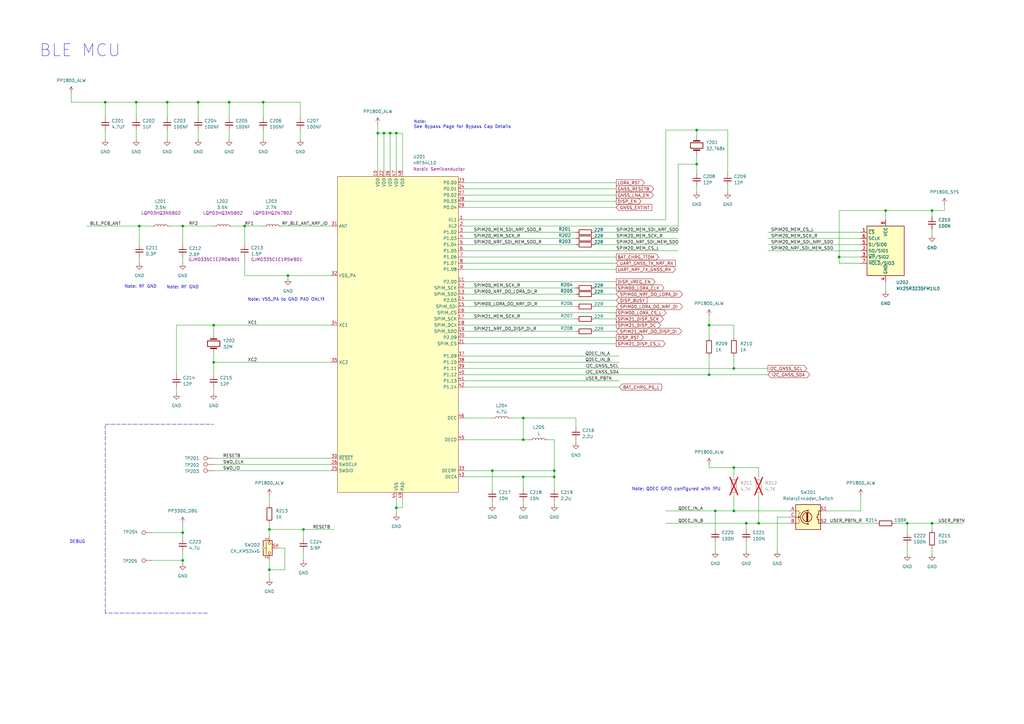
<source format=kicad_sch>
(kicad_sch (version 20231120) (generator "eeschema") (generator_version "8.0")
  (paper "A3")
  (title_block (title "LoRa Meshtastic Radio") (date "2024-02-26") (rev "Proto") (comment 1 "Brendan Bleker"))
  (lib_symbols
    (symbol "Connector:TestPoint" (pin_numbers hide) (pin_names (offset 0.762) hide)
      (property "Reference" "TP" (at 0 6.858 0))
      (property "Value" "TestPoint" (at 0 5.08 0))
      (symbol "TestPoint_0_1"
        (circle (center 0 3.302) (radius 0.762))
      )
      (symbol "TestPoint_1_1"
        (pin passive line (at 0 0 90) (length 2.54) (name "1") (number "1"))
      )
    )
    (symbol "Device:C_Small" (pin_numbers hide) (pin_names (offset 0.254) hide)
      (property "Reference" "C" (at 0.254 1.778 0))
      (property "Value" "C_Small" (at 0.254 -2.032 0))
      (symbol "C_Small_0_1"
        (polyline (pts (xy -1.524 -0.508) (xy 1.524 -0.508)) (stroke (width 0.3302)))
        (polyline (pts (xy -1.524 0.508) (xy 1.524 0.508)) (stroke (width 0.3048)))
      )
      (symbol "C_Small_1_1"
        (pin passive line (at 0 2.54 270) (length 2.032) (name "~") (number "1"))
        (pin passive line (at 0 -2.54 90) (length 2.032) (name "~") (number "2"))
      )
    )
    (symbol "Device:Crystal" (pin_numbers hide) (pin_names (offset 1.016) hide)
      (property "Reference" "Y" (at 0 3.81 0))
      (property "Value" "Crystal" (at 0 -3.81 0))
      (symbol "Crystal_0_1"
        (rectangle (start -1.143 2.54) (end 1.143 -2.54) (stroke (width 0.3048)))
        (polyline (pts (xy -2.54 0) (xy -1.905 0)))
        (polyline (pts (xy -1.905 -1.27) (xy -1.905 1.27)) (stroke (width 0.508)))
        (polyline (pts (xy 1.905 -1.27) (xy 1.905 1.27)) (stroke (width 0.508)))
        (polyline (pts (xy 2.54 0) (xy 1.905 0)))
      )
      (symbol "Crystal_1_1"
        (pin passive line (at -3.81 0 0) (length 1.27) (name "1") (number "1"))
        (pin passive line (at 3.81 0 180) (length 1.27) (name "2") (number "2"))
      )
    )
    (symbol "Device:L" (pin_numbers hide) (pin_names (offset 1.016) hide)
      (property "Reference" "L" (at -1.27 0 90))
      (property "Value" "L" (at 1.905 0 90))
      (symbol "L_0_1"
        (arc (start 0 -2.54) (mid 0.6323 -1.905) (end 0 -1.27))
        (arc (start 0 -1.27) (mid 0.6323 -0.635) (end 0 0))
        (arc (start 0 0) (mid 0.6323 0.635) (end 0 1.27))
        (arc (start 0 1.27) (mid 0.6323 1.905) (end 0 2.54))
      )
      (symbol "L_1_1"
        (pin passive line (at 0 3.81 270) (length 1.27) (name "1") (number "1"))
        (pin passive line (at 0 -3.81 90) (length 1.27) (name "2") (number "2"))
      )
    )
    (symbol "Device:R" (pin_numbers hide) (pin_names (offset 0))
      (property "Reference" "R" (at 2.032 0 90))
      (property "Value" "R" (at 0 0 90))
      (symbol "R_0_1"
        (rectangle (start -1.016 -2.54) (end 1.016 2.54) (stroke (width 0.254)))
      )
      (symbol "R_1_1"
        (pin passive line (at 0 3.81 270) (length 1.27) (name "~") (number "1"))
        (pin passive line (at 0 -3.81 90) (length 1.27) (name "~") (number "2"))
      )
    )
    (symbol "Device:RotaryEncoder_Switch" (pin_names (offset 0.254) hide)
      (property "Reference" "SW" (at 0 6.604 0))
      (property "Value" "RotaryEncoder_Switch" (at 0 -6.604 0))
      (symbol "RotaryEncoder_Switch_0_1"
        (rectangle (start -5.08 5.08) (end 5.08 -5.08) (stroke (width 0.254)) (fill (type background)))
        (circle (center -3.81 0) (radius 0.254) (fill (type outline)))
        (circle (center -0.381 0) (radius 1.905) (stroke (width 0.254)))
        (arc (start -0.381 2.667) (mid -3.0988 -0.0635) (end -0.381 -2.794) (stroke (width 0.254)))
        (polyline (pts (xy -0.635 -1.778) (xy -0.635 1.778)) (stroke (width 0.254)))
        (polyline (pts (xy -0.381 -1.778) (xy -0.381 1.778)) (stroke (width 0.254)))
        (polyline (pts (xy -0.127 1.778) (xy -0.127 -1.778)) (stroke (width 0.254)))
        (polyline (pts (xy 3.81 0) (xy 3.429 0)) (stroke (width 0.254)))
        (polyline (pts (xy 3.81 1.016) (xy 3.81 -1.016)) (stroke (width 0.254)))
        (polyline (pts (xy -5.08 -2.54) (xy -3.81 -2.54) (xy -3.81 -2.032)))
        (polyline (pts (xy -5.08 2.54) (xy -3.81 2.54) (xy -3.81 2.032)))
        (polyline (pts (xy 0.254 -3.048) (xy -0.508 -2.794) (xy 0.127 -2.413)) (stroke (width 0.254)))
        (polyline (pts (xy 0.254 2.921) (xy -0.508 2.667) (xy 0.127 2.286)) (stroke (width 0.254)))
        (polyline (pts (xy 5.08 -2.54) (xy 4.318 -2.54) (xy 4.318 -1.016)) (stroke (width 0.254)))
        (polyline (pts (xy 5.08 2.54) (xy 4.318 2.54) (xy 4.318 1.016)) (stroke (width 0.254)))
        (polyline (pts (xy -5.08 0) (xy -3.81 0) (xy -3.81 -1.016) (xy -3.302 -2.032)))
        (polyline (pts (xy -4.318 0) (xy -3.81 0) (xy -3.81 1.016) (xy -3.302 2.032)))
        (circle (center 4.318 -1.016) (radius 0.127) (stroke (width 0.254)))
        (circle (center 4.318 1.016) (radius 0.127) (stroke (width 0.254)))
      )
      (symbol "RotaryEncoder_Switch_1_1"
        (pin passive line (at -7.62 2.54 0) (length 2.54) (name "A") (number "A"))
        (pin passive line (at -7.62 -2.54 0) (length 2.54) (name "B") (number "B"))
        (pin passive line (at -7.62 0 0) (length 2.54) (name "C") (number "C"))
        (pin passive line (at 7.62 2.54 180) (length 2.54) (name "S1") (number "S1"))
        (pin passive line (at 7.62 -2.54 180) (length 2.54) (name "S2") (number "S2"))
      )
    )
    (symbol "Memory_Flash:MX25R3235FM1xx1"
      (property "Reference" "U" (at -6.35 11.43 0))
      (property "Value" "MX25R3235FM1xx1" (at 10.16 11.43 0))
      (symbol "MX25R3235FM1xx1_0_1"
        (rectangle (start -7.62 10.16) (end 7.62 -10.16) (stroke (width 0.254)) (fill (type background)))
      )
      (symbol "MX25R3235FM1xx1_1_1"
        (pin input line (at -10.16 7.62 0) (length 2.54) (name "~{CS}") (number "1"))
        (pin bidirectional line (at -10.16 0 0) (length 2.54) (name "SO/SIO1") (number "2"))
        (pin bidirectional line (at -10.16 -2.54 0) (length 2.54) (name "~{WP}/SIO2") (number "3"))
        (pin power_in line (at 0 -12.7 90) (length 2.54) (name "GND") (number "4"))
        (pin bidirectional line (at -10.16 2.54 0) (length 2.54) (name "SI/SIO0") (number "5"))
        (pin input line (at -10.16 5.08 0) (length 2.54) (name "SCLK") (number "6"))
        (pin bidirectional line (at -10.16 -5.08 0) (length 2.54) (name "~{HOLD}/SIO3") (number "7"))
        (pin power_in line (at 0 12.7 270) (length 2.54) (name "VCC") (number "8"))
      )
    )
    (symbol "Switch:CK_KMS2xxG" (pin_names (offset 1.016) hide)
      (property "Reference" "SW" (at 4.318 2.032 0))
      (property "Value" "CK_KMS2xxG" (at 0 4.572 0))
      (symbol "CK_KMS2xxG_0_1"
        (circle (center -2.032 0) (radius 0.508))
        (polyline (pts (xy 0 1.27) (xy 0 3.048)))
        (polyline (pts (xy 2.54 1.27) (xy -2.54 1.27)))
        (polyline (pts (xy 0.508 2.54) (xy 3.048 2.54) (xy 3.048 -1.143) (xy -3.048 -1.143) (xy -3.048 2.54) (xy -0.508 2.54)) (stroke (width -0.0254)))
        (polyline (pts (xy 0.508 2.54) (xy 3.048 2.54) (xy 3.048 -1.143) (xy -3.048 -1.143) (xy -3.048 2.54) (xy -0.508 2.54)) (stroke (width 0.254)))
        (circle (center 2.032 0) (radius 0.508))
        (pin passive line (at -5.08 0 0) (length 2.54) (name "1") (number "1"))
        (pin passive line (at 5.08 0 180) (length 2.54) (name "2") (number "2"))
      )
      (symbol "CK_KMS2xxG_1_1"
        (rectangle (start -3.048 2.54) (end 3.048 -1.27) (stroke (width -0.0254)) (fill (type background)))
        (pin passive line (at 0 -3.81 90) (length 2.54) (name "B") (number "SH"))
      )
    )
    (symbol "nRF54L:nRF54L10"
      (property "Reference" "U201" (at 32.258 10.668 0))
      (property "Value" "nRF54L10" (at 32.258 8.128 0))
      (property "Manufacturer" "Nordic Semiconductor" (at 32.258 5.588 0))
      (symbol "nRF54L10_0_0"
        (pin unspecified line (at 53.34 -15.24 180) (length 2.54) (name "P1.00") (number "1") (alternate "XL1" unspecified line))
        (pin unspecified line (at 17.78 5.08 270) (length 2.54) (name "VDD") (number "10"))
        (pin unspecified line (at 53.34 -17.78 180) (length 2.54) (name "P1.01") (number "2") (alternate "XL2" unspecified line))
        (pin unspecified line (at 20.32 5.08 270) (length 2.54) (name "VDD") (number "22"))
        (pin unspecified line (at 53.34 0 180) (length 2.54) (name "P0.00") (number "23"))
        (pin unspecified line (at 53.34 -2.54 180) (length 2.54) (name "P0.01") (number "24"))
        (pin unspecified line (at -1.27 -118.11 0) (length 2.54) (name "SWDIO") (number "25"))
        (pin unspecified line (at -1.27 -115.57 0) (length 2.54) (name "SWDCLK") (number "26"))
        (pin unspecified line (at 53.34 -5.08 180) (length 2.54) (name "P0.02") (number "27"))
        (pin unspecified line (at 53.34 -7.62 180) (length 2.54) (name "P0.03") (number "28"))
        (pin unspecified line (at 53.34 -10.16 180) (length 2.54) (name "P0.04") (number "29"))
        (pin unspecified line (at 53.34 -20.32 180) (length 2.54) (name "P1.02") (number "3"))
        (pin unspecified line (at -1.27 -113.03 0) (length 2.54) (name "~{RESET}") (number "30"))
        (pin unspecified line (at -1.27 -17.78 0) (length 2.54) (name "ANT") (number "31"))
        (pin unspecified line (at -1.27 -38.1 0) (length 2.54) (name "VSS_PA") (number "32"))
        (pin unspecified line (at 53.34 -118.11 180) (length 2.54) (name "DECRF") (number "33"))
        (pin unspecified line (at -1.27 -58.42 0) (length 2.54) (name "XC1") (number "34"))
        (pin unspecified line (at -1.27 -73.66 0) (length 2.54) (name "XC2") (number "35"))
        (pin unspecified line (at 22.86 5.08 270) (length 2.54) (name "VDD") (number "36"))
        (pin unspecified line (at 53.34 -71.12 180) (length 2.54) (name "P1.09") (number "37"))
        (pin unspecified line (at 53.34 -73.66 180) (length 2.54) (name "P1.10") (number "38"))
        (pin unspecified line (at 53.34 -76.2 180) (length 2.54) (name "P1.11") (number "39"))
        (pin unspecified line (at 53.34 -22.86 180) (length 2.54) (name "P1.03") (number "4"))
        (pin unspecified line (at 53.34 -78.74 180) (length 2.54) (name "P1.12") (number "40"))
        (pin unspecified line (at 53.34 -81.28 180) (length 2.54) (name "P1.13") (number "41"))
        (pin unspecified line (at 53.34 -83.82 180) (length 2.54) (name "P1.14") (number "42"))
        (pin unspecified line (at 53.34 -120.65 180) (length 2.54) (name "DECA") (number "43"))
        (pin unspecified line (at 25.4 -129.54 90) (length 2.54) (name "VSS") (number "44"))
        (pin unspecified line (at 53.34 -105.41 180) (length 2.54) (name "DECD") (number "45"))
        (pin unspecified line (at 53.34 -96.52 180) (length 2.54) (name "DCC") (number "46"))
        (pin unspecified line (at 25.4 5.08 270) (length 2.54) (name "VDD") (number "47"))
        (pin unspecified line (at 27.94 5.08 270) (length 2.54) (name "VDD") (number "48"))
        (pin unspecified line (at 27.94 -129.54 90) (length 2.54) (name "PAD") (number "49"))
        (pin unspecified line (at 53.34 -25.4 180) (length 2.54) (name "P1.04") (number "5"))
        (pin unspecified line (at 53.34 -27.94 180) (length 2.54) (name "P1.05") (number "6"))
        (pin unspecified line (at 53.34 -30.48 180) (length 2.54) (name "P1.06") (number "7"))
        (pin unspecified line (at 53.34 -33.02 180) (length 2.54) (name "P1.07") (number "8"))
        (pin unspecified line (at 53.34 -35.56 180) (length 2.54) (name "P1.08") (number "9") (alternate "" input line) (alternate "" input line))
      )
      (symbol "nRF54L10_1_0"
        (pin unspecified line (at 53.34 -40.64 180) (length 2.54) (name "P2.00") (number "11") (alternate "" input line) (alternate "" input line))
        (pin unspecified line (at 53.34 -43.18 180) (length 2.54) (name "P2.01") (number "12") (alternate "SPIM_SCK" unspecified line))
        (pin unspecified line (at 53.34 -45.72 180) (length 2.54) (name "P2.02") (number "13") (alternate "SPIM_SDO" unspecified line))
        (pin unspecified line (at 53.34 -48.26 180) (length 2.54) (name "P2.03") (number "14") (alternate "" input line) (alternate "" input line))
        (pin unspecified line (at 53.34 -50.8 180) (length 2.54) (name "P2.04") (number "15") (alternate "SPIM SDI" unspecified line))
        (pin unspecified line (at 53.34 -53.34 180) (length 2.54) (name "P2.05") (number "16") (alternate "SPIM CS" unspecified line))
        (pin unspecified line (at 53.34 -55.88 180) (length 2.54) (name "P2.06") (number "17") (alternate "SPIM SCK" unspecified line))
        (pin unspecified line (at 53.34 -58.42 180) (length 2.54) (name "P2.07") (number "18") (alternate "" input line) (alternate "SPIM DCX" unspecified line))
        (pin unspecified line (at 53.34 -60.96 180) (length 2.54) (name "P2.08") (number "19") (alternate "" input line) (alternate "SPIM SDO" unspecified line))
        (pin unspecified line (at 53.34 -63.5 180) (length 2.54) (name "P2.09") (number "20") (alternate "" input line) (alternate "SPIM SDI" unspecified line))
        (pin unspecified line (at 53.34 -66.04 180) (length 2.54) (name "P2.10") (number "21") (alternate "SPIM CS" unspecified line))
      )
      (symbol "nRF54L10_1_1"
        (rectangle (start 1.27 2.54) (end 50.8 -127) (fill (type background)))
      )
    )
    (symbol "power:GND" (power) (pin_numbers hide) (pin_names (offset 0) hide)
      (property "Value" "GND" (at 0 -3.81 0))
      (symbol "GND_0_1"
        (polyline (pts (xy 0 0) (xy 0 -1.27) (xy 1.27 -1.27) (xy 0 -2.54) (xy -1.27 -1.27) (xy 0 -1.27)))
      )
      (symbol "GND_1_1"
        (pin power_in line (at 0 0 270) (length 0) (name "~") (number "1"))
      )
    )
    (symbol "power:VCC" (power) (pin_numbers hide) (pin_names (offset 0) hide)
      (property "Value" "VCC" (at 0 3.556 0))
      (symbol "VCC_0_1"
        (polyline (pts (xy -0.762 1.27) (xy 0 2.54)))
        (polyline (pts (xy 0 0) (xy 0 2.54)))
        (polyline (pts (xy 0 2.54) (xy 0.762 1.27)))
      )
      (symbol "VCC_1_1"
        (pin power_in line (at 0 0 90) (length 0) (name "~") (number "1"))
      )
    )
  )
  (junction (at 162.56 54.61))
  (junction (at 214.63 171.45))
  (junction (at 57.15 92.71))
  (junction (at 300.99 151.13))
  (junction (at 293.37 209.55))
  (junction (at 118.11 113.03))
  (junction (at 160.02 54.61))
  (junction (at 107.95 41.91))
  (junction (at 162.56 208.28))
  (junction (at 124.46 217.17))
  (junction (at 290.83 153.67))
  (junction (at 214.63 195.58))
  (junction (at 68.58 41.91))
  (junction (at 81.28 41.91))
  (junction (at 372.11 214.63))
  (junction (at 55.88 41.91))
  (junction (at 74.93 218.44))
  (junction (at 214.63 180.34))
  (junction (at 300.99 191.77))
  (junction (at 363.22 86.36))
  (junction (at 227.33 193.04))
  (junction (at 285.75 67.31))
  (junction (at 87.63 133.35))
  (junction (at 110.49 233.68))
  (junction (at 93.98 41.91))
  (junction (at 300.99 209.55))
  (junction (at 74.93 92.71))
  (junction (at 110.49 217.17))
  (junction (at 306.07 214.63))
  (junction (at 157.48 54.61))
  (junction (at 74.93 229.87))
  (junction (at 43.18 41.91))
  (junction (at 100.33 92.71))
  (junction (at 201.93 193.04))
  (junction (at 311.15 214.63))
  (junction (at 382.27 86.36))
  (junction (at 285.75 53.34))
  (junction (at 154.94 54.61))
  (junction (at 344.17 105.41))
  (junction (at 382.27 214.63))
  (junction (at 87.63 148.59))
  (junction (at 290.83 133.35))
  (junction (at 227.33 195.58))
  (wire (pts (xy 162.56 69.85) (xy 162.56 54.61)))
  (wire (pts (xy 110.49 207.01) (xy 110.49 203.2)))
  (wire (pts (xy 243.84 130.81) (xy 252.73 130.81)))
  (wire (pts (xy 110.49 217.17) (xy 124.46 217.17)))
  (wire (pts (xy 227.33 193.04) (xy 201.93 193.04)))
  (wire (pts (xy 190.5 92.71) (xy 278.13 92.71)))
  (wire (pts (xy 190.5 120.65) (xy 236.22 120.65)))
  (wire (pts (xy 93.98 41.91) (xy 107.95 41.91)))
  (wire (pts (xy 165.1 208.28) (xy 162.56 208.28)))
  (wire (pts (xy 190.5 102.87) (xy 278.13 102.87)))
  (wire (pts (xy 62.23 229.87) (xy 74.93 229.87)))
  (wire (pts (xy 190.5 138.43) (xy 252.73 138.43)))
  (wire (pts (xy 339.09 214.63) (xy 359.41 214.63)))
  (wire (pts (xy 81.28 53.34) (xy 81.28 57.15)))
  (wire (pts (xy 74.93 92.71) (xy 87.63 92.71)))
  (wire (pts (xy 124.46 217.17) (xy 124.46 220.98)))
  (wire (pts (xy 160.02 54.61) (xy 162.56 54.61)))
  (wire (pts (xy 190.5 82.55) (xy 252.73 82.55)))
  (wire (pts (xy 353.06 107.95) (xy 344.17 107.95)))
  (wire (pts (xy 300.99 191.77) (xy 300.99 195.58)))
  (wire (pts (xy 29.21 41.91) (xy 43.18 41.91)))
  (wire (pts (xy 160.02 54.61) (xy 160.02 69.85)))
  (wire (pts (xy 190.5 195.58) (xy 214.63 195.58)))
  (wire (pts (xy 110.49 229.87) (xy 110.49 233.68)))
  (wire (pts (xy 190.5 125.73) (xy 236.22 125.73)))
  (wire (pts (xy 74.93 92.71) (xy 74.93 100.33)))
  (wire (pts (xy 72.39 158.75) (xy 72.39 161.29)))
  (wire (pts (xy 363.22 86.36) (xy 382.27 86.36)))
  (wire (pts (xy 311.15 195.58) (xy 311.15 191.77)))
  (wire (pts (xy 107.95 41.91) (xy 107.95 48.26)))
  (polyline (pts (xy 43.18 173.99) (xy 87.63 173.99)) (stroke (width 0) (type dash)))
  (wire (pts (xy 243.84 100.33) (xy 278.13 100.33)))
  (wire (pts (xy 68.58 41.91) (xy 81.28 41.91)))
  (wire (pts (xy 190.5 153.67) (xy 290.83 153.67)))
  (wire (pts (xy 209.55 171.45) (xy 214.63 171.45)))
  (wire (pts (xy 87.63 133.35) (xy 135.89 133.35)))
  (wire (pts (xy 278.13 67.31) (xy 285.75 67.31)))
  (wire (pts (xy 214.63 205.74) (xy 214.63 207.01)))
  (wire (pts (xy 57.15 92.71) (xy 62.23 92.71)))
  (wire (pts (xy 214.63 195.58) (xy 227.33 195.58)))
  (wire (pts (xy 344.17 107.95) (xy 344.17 105.41)))
  (wire (pts (xy 157.48 54.61) (xy 154.94 54.61)))
  (wire (pts (xy 100.33 92.71) (xy 100.33 100.33)))
  (wire (pts (xy 236.22 171.45) (xy 214.63 171.45)))
  (wire (pts (xy 190.5 118.11) (xy 236.22 118.11)))
  (wire (pts (xy 382.27 93.98) (xy 382.27 96.52)))
  (wire (pts (xy 387.35 86.36) (xy 387.35 83.82)))
  (wire (pts (xy 190.5 74.93) (xy 252.73 74.93)))
  (wire (pts (xy 285.75 53.34) (xy 298.45 53.34)))
  (wire (pts (xy 93.98 41.91) (xy 93.98 48.26)))
  (wire (pts (xy 285.75 76.2) (xy 285.75 78.74)))
  (wire (pts (xy 372.11 214.63) (xy 372.11 218.44)))
  (wire (pts (xy 190.5 100.33) (xy 236.22 100.33)))
  (wire (pts (xy 311.15 203.2) (xy 311.15 214.63)))
  (wire (pts (xy 227.33 180.34) (xy 227.33 193.04)))
  (wire (pts (xy 353.06 203.2) (xy 353.06 209.55)))
  (wire (pts (xy 273.05 53.34) (xy 285.75 53.34)))
  (wire (pts (xy 372.11 223.52) (xy 372.11 227.33)))
  (wire (pts (xy 190.5 135.89) (xy 236.22 135.89)))
  (wire (pts (xy 87.63 148.59) (xy 87.63 153.67)))
  (wire (pts (xy 107.95 53.34) (xy 107.95 57.15)))
  (wire (pts (xy 311.15 214.63) (xy 323.85 214.63)))
  (wire (pts (xy 62.23 218.44) (xy 74.93 218.44)))
  (wire (pts (xy 162.56 204.47) (xy 162.56 208.28)))
  (wire (pts (xy 115.57 92.71) (xy 135.89 92.71)))
  (wire (pts (xy 162.56 54.61) (xy 165.1 54.61)))
  (wire (pts (xy 87.63 144.78) (xy 87.63 148.59)))
  (wire (pts (xy 87.63 133.35) (xy 72.39 133.35)))
  (wire (pts (xy 35.56 92.71) (xy 57.15 92.71)))
  (wire (pts (xy 306.07 222.25) (xy 306.07 226.06)))
  (wire (pts (xy 382.27 86.36) (xy 382.27 88.9)))
  (wire (pts (xy 190.5 180.34) (xy 214.63 180.34)))
  (wire (pts (xy 93.98 53.34) (xy 93.98 57.15)))
  (wire (pts (xy 243.84 125.73) (xy 252.73 125.73)))
  (wire (pts (xy 300.99 133.35) (xy 300.99 138.43)))
  (wire (pts (xy 214.63 180.34) (xy 217.17 180.34)))
  (wire (pts (xy 55.88 41.91) (xy 68.58 41.91)))
  (wire (pts (xy 227.33 195.58) (xy 227.33 200.66)))
  (wire (pts (xy 201.93 193.04) (xy 190.5 193.04)))
  (wire (pts (xy 363.22 86.36) (xy 363.22 90.17)))
  (wire (pts (xy 157.48 69.85) (xy 157.48 54.61)))
  (wire (pts (xy 243.84 97.79) (xy 278.13 97.79)))
  (wire (pts (xy 110.49 217.17) (xy 110.49 219.71)))
  (wire (pts (xy 110.49 214.63) (xy 110.49 217.17)))
  (wire (pts (xy 214.63 171.45) (xy 214.63 180.34)))
  (wire (pts (xy 123.19 53.34) (xy 123.19 57.15)))
  (wire (pts (xy 43.18 41.91) (xy 55.88 41.91)))
  (wire (pts (xy 100.33 105.41) (xy 100.33 113.03)))
  (wire (pts (xy 285.75 53.34) (xy 285.75 55.88)))
  (wire (pts (xy 236.22 171.45) (xy 236.22 175.26)))
  (wire (pts (xy 300.99 146.05) (xy 300.99 151.13)))
  (wire (pts (xy 290.83 138.43) (xy 290.83 133.35)))
  (wire (pts (xy 382.27 214.63) (xy 394.97 214.63)))
  (wire (pts (xy 214.63 195.58) (xy 214.63 200.66)))
  (wire (pts (xy 314.96 97.79) (xy 353.06 97.79)))
  (wire (pts (xy 190.5 77.47) (xy 252.73 77.47)))
  (polyline (pts (xy 85.09 251.46) (xy 43.18 251.46)) (stroke (width 0) (type dash)))
  (wire (pts (xy 190.5 97.79) (xy 236.22 97.79)))
  (wire (pts (xy 87.63 193.04) (xy 135.89 193.04)))
  (wire (pts (xy 74.93 218.44) (xy 74.93 220.98)))
  (wire (pts (xy 190.5 107.95) (xy 252.73 107.95)))
  (wire (pts (xy 74.93 105.41) (xy 74.93 107.95)))
  (wire (pts (xy 227.33 195.58) (xy 227.33 193.04)))
  (wire (pts (xy 190.5 115.57) (xy 252.73 115.57)))
  (wire (pts (xy 81.28 41.91) (xy 93.98 41.91)))
  (wire (pts (xy 190.5 95.25) (xy 236.22 95.25)))
  (wire (pts (xy 74.93 214.63) (xy 74.93 218.44)))
  (wire (pts (xy 243.84 120.65) (xy 252.73 120.65)))
  (wire (pts (xy 69.85 92.71) (xy 74.93 92.71)))
  (wire (pts (xy 201.93 205.74) (xy 201.93 207.01)))
  (wire (pts (xy 298.45 53.34) (xy 298.45 71.12)))
  (wire (pts (xy 290.83 146.05) (xy 290.83 153.67)))
  (wire (pts (xy 57.15 105.41) (xy 57.15 107.95)))
  (wire (pts (xy 190.5 146.05) (xy 254 146.05)))
  (wire (pts (xy 190.5 80.01) (xy 252.73 80.01)))
  (wire (pts (xy 190.5 90.17) (xy 273.05 90.17)))
  (wire (pts (xy 314.96 95.25) (xy 353.06 95.25)))
  (wire (pts (xy 344.17 86.36) (xy 363.22 86.36)))
  (wire (pts (xy 273.05 209.55) (xy 293.37 209.55)))
  (wire (pts (xy 367.03 214.63) (xy 372.11 214.63)))
  (wire (pts (xy 353.06 105.41) (xy 344.17 105.41)))
  (wire (pts (xy 100.33 113.03) (xy 118.11 113.03)))
  (wire (pts (xy 273.05 53.34) (xy 273.05 90.17)))
  (wire (pts (xy 190.5 158.75) (xy 254 158.75)))
  (wire (pts (xy 190.5 105.41) (xy 252.73 105.41)))
  (wire (pts (xy 311.15 191.77) (xy 300.99 191.77)))
  (wire (pts (xy 87.63 190.5) (xy 135.89 190.5)))
  (wire (pts (xy 293.37 209.55) (xy 300.99 209.55)))
  (wire (pts (xy 74.93 229.87) (xy 74.93 231.14)))
  (wire (pts (xy 118.11 113.03) (xy 135.89 113.03)))
  (wire (pts (xy 243.84 95.25) (xy 278.13 95.25)))
  (wire (pts (xy 278.13 92.71) (xy 278.13 67.31)))
  (wire (pts (xy 243.84 135.89) (xy 252.73 135.89)))
  (wire (pts (xy 344.17 105.41) (xy 344.17 86.36)))
  (wire (pts (xy 123.19 41.91) (xy 123.19 48.26)))
  (wire (pts (xy 107.95 41.91) (xy 123.19 41.91)))
  (wire (pts (xy 116.84 233.68) (xy 116.84 224.79)))
  (wire (pts (xy 190.5 130.81) (xy 236.22 130.81)))
  (wire (pts (xy 124.46 217.17) (xy 137.16 217.17)))
  (wire (pts (xy 323.85 212.09) (xy 318.77 212.09)))
  (wire (pts (xy 165.1 54.61) (xy 165.1 69.85)))
  (wire (pts (xy 285.75 63.5) (xy 285.75 67.31)))
  (wire (pts (xy 382.27 86.36) (xy 387.35 86.36)))
  (wire (pts (xy 293.37 209.55) (xy 293.37 217.17)))
  (wire (pts (xy 81.28 41.91) (xy 81.28 48.26)))
  (wire (pts (xy 382.27 214.63) (xy 382.27 217.17)))
  (wire (pts (xy 68.58 41.91) (xy 68.58 48.26)))
  (wire (pts (xy 95.25 92.71) (xy 100.33 92.71)))
  (wire (pts (xy 190.5 133.35) (xy 252.73 133.35)))
  (wire (pts (xy 55.88 41.91) (xy 55.88 48.26)))
  (wire (pts (xy 29.21 38.1) (xy 29.21 41.91)))
  (wire (pts (xy 55.88 53.34) (xy 55.88 57.15)))
  (wire (pts (xy 290.83 129.54) (xy 290.83 133.35)))
  (wire (pts (xy 157.48 54.61) (xy 160.02 54.61)))
  (wire (pts (xy 314.96 102.87) (xy 353.06 102.87)))
  (wire (pts (xy 154.94 54.61) (xy 154.94 50.8)))
  (wire (pts (xy 227.33 205.74) (xy 227.33 207.01)))
  (wire (pts (xy 300.99 203.2) (xy 300.99 209.55)))
  (wire (pts (xy 372.11 214.63) (xy 382.27 214.63)))
  (wire (pts (xy 190.5 171.45) (xy 201.93 171.45)))
  (wire (pts (xy 339.09 209.55) (xy 353.06 209.55)))
  (wire (pts (xy 118.11 113.03) (xy 118.11 114.3)))
  (wire (pts (xy 190.5 151.13) (xy 300.99 151.13)))
  (wire (pts (xy 190.5 148.59) (xy 254 148.59)))
  (polyline (pts (xy 43.18 251.46) (xy 43.18 173.99)) (stroke (width 0) (type dash)))
  (wire (pts (xy 190.5 123.19) (xy 252.73 123.19)))
  (wire (pts (xy 300.99 151.13) (xy 314.96 151.13)))
  (wire (pts (xy 87.63 137.16) (xy 87.63 133.35)))
  (wire (pts (xy 298.45 76.2) (xy 298.45 78.74)))
  (wire (pts (xy 300.99 191.77) (xy 290.83 191.77)))
  (wire (pts (xy 363.22 115.57) (xy 363.22 119.38)))
  (wire (pts (xy 201.93 193.04) (xy 201.93 200.66)))
  (wire (pts (xy 382.27 224.79) (xy 382.27 227.33)))
  (wire (pts (xy 57.15 92.71) (xy 57.15 100.33)))
  (wire (pts (xy 72.39 133.35) (xy 72.39 153.67)))
  (wire (pts (xy 190.5 128.27) (xy 252.73 128.27)))
  (wire (pts (xy 43.18 41.91) (xy 43.18 48.26)))
  (wire (pts (xy 162.56 208.28) (xy 162.56 210.82)))
  (wire (pts (xy 154.94 69.85) (xy 154.94 54.61)))
  (wire (pts (xy 110.49 233.68) (xy 116.84 233.68)))
  (wire (pts (xy 318.77 212.09) (xy 318.77 226.06)))
  (wire (pts (xy 314.96 100.33) (xy 353.06 100.33)))
  (wire (pts (xy 300.99 209.55) (xy 323.85 209.55)))
  (wire (pts (xy 116.84 224.79) (xy 114.3 224.79)))
  (wire (pts (xy 110.49 233.68) (xy 110.49 237.49)))
  (wire (pts (xy 293.37 222.25) (xy 293.37 226.06)))
  (wire (pts (xy 124.46 226.06) (xy 124.46 229.87)))
  (wire (pts (xy 224.79 180.34) (xy 227.33 180.34)))
  (wire (pts (xy 87.63 187.96) (xy 135.89 187.96)))
  (wire (pts (xy 100.33 92.71) (xy 107.95 92.71)))
  (wire (pts (xy 290.83 190.5) (xy 290.83 191.77)))
  (wire (pts (xy 306.07 214.63) (xy 311.15 214.63)))
  (wire (pts (xy 190.5 156.21) (xy 254 156.21)))
  (wire (pts (xy 236.22 180.34) (xy 236.22 181.61)))
  (wire (pts (xy 190.5 85.09) (xy 252.73 85.09)))
  (wire (pts (xy 68.58 53.34) (xy 68.58 57.15)))
  (wire (pts (xy 190.5 110.49) (xy 252.73 110.49)))
  (wire (pts (xy 87.63 158.75) (xy 87.63 161.29)))
  (wire (pts (xy 273.05 214.63) (xy 306.07 214.63)))
  (wire (pts (xy 74.93 226.06) (xy 74.93 229.87)))
  (wire (pts (xy 190.5 140.97) (xy 252.73 140.97)))
  (wire (pts (xy 165.1 204.47) (xy 165.1 208.28)))
  (wire (pts (xy 243.84 118.11) (xy 252.73 118.11)))
  (wire (pts (xy 306.07 214.63) (xy 306.07 217.17)))
  (wire (pts (xy 290.83 133.35) (xy 300.99 133.35)))
  (wire (pts (xy 290.83 153.67) (xy 314.96 153.67)))
  (wire (pts (xy 87.63 148.59) (xy 135.89 148.59)))
  (wire (pts (xy 43.18 53.34) (xy 43.18 57.15)))
  (wire (pts (xy 285.75 67.31) (xy 285.75 71.12)))
  (text "Note: QDEC GPIO configured with iPU" (at 277.368 200.66 0) (effects (font (size 1.27 1.27))))
  (text "Note: RF GND" (at 74.93 117.856 0) (effects (font (size 1.27 1.27))))
  (text "DEBUG" (at 31.75 222.25 0) (effects (font (size 1.27 1.27))))
  (text "Note: VSS_PA to GND PAD ONLY!" (at 117.348 122.936 0) (effects (font (size 1.27 1.27))))
  (text "Note: \nSee Bypass Page for Bypass Cap Details" (at 169.672 51.054 0) (effects (font (size 1.27 1.27)) (justify left)))
  (text "Note: RF GND" (at 57.658 117.602 0) (effects (font (size 1.27 1.27))))
  (text "BLE MCU" (at 32.766 20.828 0) (effects (font (size 5 5))))
  (label "SWD_IO" (at 91.44 193.04 0))
  (label "RESETB" (at 128.27 217.17 0))
  (label "I2C_GNSS_SCL" (at 240.03 151.13 0))
  (label "I2C_GNSS_SDA" (at 240.03 153.67 0))
  (label "SPIM20_MEM_CS_L" (at 252.73 102.87 0))
  (label "SPIM21_NRF_DO_DISP_DI_R" (at 194.31 135.89 0))
  (label "SWD_CLK" (at 91.44 190.5 0))
  (label "USER_PBTN_R" (at 340.36 214.63 0))
  (label "SPIM00_NRF_DO_LORA_DI_R" (at 194.31 120.65 0))
  (label "XC2" (at 101.6 148.59 0))
  (label "SPIM20_MEM_SCK_R" (at 316.23 97.79 0))
  (label "USER_PBTN" (at 240.03 156.21 0))
  (label "SPIM20_NRF_SDI_MEM_SDO" (at 316.23 102.87 0))
  (label "QDEC_IN_A" (at 278.13 209.55 0))
  (label "USER_PBTN" (at 384.81 214.63 0))
  (label "RESETB" (at 91.44 187.96 0))
  (label "SPIM00_MEM_SCK_R" (at 194.31 118.11 0))
  (label "SPIM20_MEM_SCK_R" (at 194.31 97.79 0))
  (label "RF2" (at 77.47 92.71 0))
  (label "SPIM20_NRF_SDI_MEM_SDO" (at 252.73 100.33 0))
  (label "SPIM20_MEM_SDI_NRF_SDO_R" (at 194.31 95.25 0))
  (label "XC1" (at 101.6 133.35 0))
  (label "RF1" (at 100.33 92.71 0))
  (label "SPIM20_NRF_SDI_MEM_SDO_R" (at 194.31 100.33 0))
  (label "SPIM00_LORA_DO_NRF_DI_R" (at 194.31 125.73 0))
  (label "QDEC_IN_B" (at 278.13 214.63 0))
  (label "SPIM20_MEM_SDI_NRF_SDO" (at 316.23 100.33 0))
  (label "SPIM20_MEM_CS_L" (at 316.23 95.25 0))
  (label "BLE_PCB_ANT" (at 36.83 92.71 0))
  (label "QDEC_IN_B" (at 240.03 148.59 0))
  (label "QDEC_IN_A" (at 240.03 146.05 0))
  (label "SPIM20_MEM_SCK_R" (at 252.73 97.79 0))
  (label "SPIM20_MEM_SDI_NRF_SDO" (at 252.73 95.25 0))
  (label "SPIM21_MEM_SCK_R" (at 194.31 130.81 0))
  (label "RF_BLE_ANT_NRF_IO" (at 115.57 92.71 0))
  (global_label "GNSS_EXTINT" (shape input) (at 252.73 85.09 0) (property "Intersheetrefs" "${INTERSHEET_REFS}" (effects (hide yes))))
  (global_label "SPIM00_LORA_DO_NRF_DI" (shape bidirectional) (at 252.73 125.73 0) (property "Intersheetrefs" "${INTERSHEET_REFS}" (effects (hide yes))))
  (global_label "UART_NRF_TX_GNSS_RX" (shape output) (at 252.73 110.49 0) (property "Intersheetrefs" "${INTERSHEET_REFS}" (effects (hide yes))))
  (global_label "SPIM21_DISP_SCK" (shape output) (at 252.73 130.81 0) (property "Intersheetrefs" "${INTERSHEET_REFS}" (effects (hide yes))))
  (global_label "LORA_RST" (shape output) (at 252.73 74.93 0) (property "Intersheetrefs" "${INTERSHEET_REFS}" (effects (hide yes))))
  (global_label "SPIM21_DISP_CS_L" (shape output) (at 252.73 140.97 0) (property "Intersheetrefs" "${INTERSHEET_REFS}" (effects (hide yes))))
  (global_label "I2C_GNSS_SDA" (shape bidirectional) (at 314.96 153.67 0) (property "Intersheetrefs" "${INTERSHEET_REFS}" (effects (hide yes))))
  (global_label "SPIM00_LORA_CS_L" (shape output) (at 252.73 128.27 0) (property "Intersheetrefs" "${INTERSHEET_REFS}" (effects (hide yes))))
  (global_label "BAT_CHRG_TTDM" (shape output) (at 252.73 105.41 0) (property "Intersheetrefs" "${INTERSHEET_REFS}" (effects (hide yes))))
  (global_label "BAT_CHRG_PG_L" (shape input) (at 254 158.75 0) (property "Intersheetrefs" "${INTERSHEET_REFS}" (effects (hide yes))))
  (global_label "DISP_EN" (shape output) (at 252.73 82.55 0) (property "Intersheetrefs" "${INTERSHEET_REFS}" (effects (hide yes))))
  (global_label "DISP_RST" (shape output) (at 252.73 138.43 0) (property "Intersheetrefs" "${INTERSHEET_REFS}" (effects (hide yes))))
  (global_label "DISP_VREG_EN" (shape output) (at 252.73 115.57 0) (property "Intersheetrefs" "${INTERSHEET_REFS}" (effects (hide yes))))
  (global_label "SPIM21_NRF_DO_DISP_DI" (shape bidirectional) (at 252.73 135.89 0) (property "Intersheetrefs" "${INTERSHEET_REFS}" (effects (hide yes))))
  (global_label "GNSS_RESETB" (shape output) (at 252.73 77.47 0) (property "Intersheetrefs" "${INTERSHEET_REFS}" (effects (hide yes))))
  (global_label "GNSS_LNA_EN" (shape output) (at 252.73 80.01 0) (property "Intersheetrefs" "${INTERSHEET_REFS}" (effects (hide yes))))
  (global_label "UART_GNSS_TX_NRF_RX" (shape input) (at 252.73 107.95 0) (property "Intersheetrefs" "${INTERSHEET_REFS}" (effects (hide yes))))
  (global_label "SPIM00_NRF_DO_LORA_DI" (shape bidirectional) (at 252.73 120.65 0) (property "Intersheetrefs" "${INTERSHEET_REFS}" (effects (hide yes))))
  (global_label "DISP_BUSY" (shape input) (at 252.73 123.19 0) (property "Intersheetrefs" "${INTERSHEET_REFS}" (effects (hide yes))))
  (global_label "I2C_GNSS_SCL" (shape output) (at 314.96 151.13 0) (property "Intersheetrefs" "${INTERSHEET_REFS}" (effects (hide yes))))
  (global_label "SPIM00_LORA_CLK" (shape output) (at 252.73 118.11 0) (property "Intersheetrefs" "${INTERSHEET_REFS}" (effects (hide yes))))
  (global_label "SPIM21_DISP_DC" (shape output) (at 252.73 133.35 0) (property "Intersheetrefs" "${INTERSHEET_REFS}" (effects (hide yes))))
  (symbol (lib_id "Connector:TestPoint") (at 62.23 218.44 90) (unit 1)
    (property "Reference" "TP204" (at 53.594 218.186 90))
    (property "Value" "TestPoint" (effects (hide yes)))
    (property "Description" "test point" (effects (hide yes)))
  )
  (symbol (lib_id "Device:C_Small") (at 74.93 223.52 0) (unit 1)
    (property "Reference" "C223" (at 77.47 222.2562 0) (effects (justify left)))
    (property "Value" "4.7U" (at 77.47 224.7962 0) (effects (justify left)))
    (property "Description" "Unpolarized capacitor, small symbol" (effects (hide yes)))
  )
  (symbol (lib_id "power:VCC") (at 110.49 203.2 0) (unit 1)
    (property "Reference" "#PWR0223" (effects (hide yes)))
    (property "Value" "PP1800_ALW" (at 110.49 198.12 0))
    (property "Description" "Power symbol creates a global label with name \"VCC\"" (effects (hide yes)))
  )
  (symbol (lib_id "Device:C_Small") (at 68.58 50.8 0) (unit 1)
    (property "Reference" "C203" (at 71.12 49.5362 0) (effects (justify left)))
    (property "Value" "100NF" (at 71.12 52.0762 0) (effects (justify left)))
    (property "Description" "Unpolarized capacitor, small symbol" (effects (hide yes)))
  )
  (symbol (lib_id "Device:R") (at 300.99 142.24 0) (unit 1)
    (property "Reference" "R210" (at 303.53 140.9699 0) (effects (justify left)))
    (property "Value" "1K" (at 303.53 143.5099 0) (effects (justify left)))
    (property "Description" "Resistor" (effects (hide yes)))
  )
  (symbol (lib_id "Device:C_Small") (at 306.07 219.71 0) (unit 1)
    (property "Reference" "C221" (at 308.61 218.4462 0) (effects (justify left)))
    (property "Value" "100N" (at 308.61 220.9862 0) (effects (justify left)))
    (property "Description" "Unpolarized capacitor, small symbol" (effects (hide yes)))
  )
  (symbol (lib_id "power:GND") (at 81.28 57.15 0) (unit 1)
    (property "Reference" "#PWR0206" (effects (hide yes)))
    (property "Value" "GND" (at 81.28 62.23 0))
    (property "Description" "Power symbol creates a global label with name \"GND\" , ground" (effects (hide yes)))
  )
  (symbol (lib_id "Device:C_Small") (at 74.93 102.87 0) (unit 1)
    (property "Reference" "C212" (at 77.47 101.854 0) (effects (justify left)))
    (property "Value" "2.0P" (at 77.47 104.394 0) (effects (justify left)))
    (property "Footprint" "Capacitor_SMD:C_0201_0603Metric" (effects (hide yes)))
    (property "Description" "Unpolarized capacitor, small symbol" (effects (hide yes)))
    (property "MFG_PN" "GJM0335C1E2R0WB01" (at 87.884 106.4198 0))
  )
  (symbol (lib_id "Device:R") (at 240.03 130.81 90) (unit 1)
    (property "Reference" "R207" (at 232.41 129.54 90))
    (property "Value" "22R" (at 245.618 129.794 90))
    (property "Description" "Resistor" (effects (hide yes)))
  )
  (symbol (lib_id "Device:C_Small") (at 93.98 50.8 0) (unit 1)
    (property "Reference" "C205" (at 96.52 49.5362 0) (effects (justify left)))
    (property "Value" "100NF" (at 96.52 52.0762 0) (effects (justify left)))
    (property "Description" "Unpolarized capacitor, small symbol" (effects (hide yes)))
  )
  (symbol (lib_id "Device:C_Small") (at 107.95 50.8 0) (unit 1)
    (property "Reference" "C206" (at 110.49 49.5362 0) (effects (justify left)))
    (property "Value" "100NF" (at 110.49 52.0762 0) (effects (justify left)))
    (property "Description" "Unpolarized capacitor, small symbol" (effects (hide yes)))
  )
  (symbol (lib_id "Device:C_Small") (at 236.22 177.8 0) (unit 1)
    (property "Reference" "C216" (at 238.76 176.5362 0) (effects (justify left)))
    (property "Value" "2.2U" (at 238.76 179.0762 0) (effects (justify left)))
    (property "Description" "Unpolarized capacitor, small symbol" (effects (hide yes)))
  )
  (symbol (lib_id "power:GND") (at 363.22 119.38 0) (unit 1)
    (property "Reference" "#PWR0217" (effects (hide yes)))
    (property "Value" "GND" (at 363.22 124.46 0))
    (property "Description" "Power symbol creates a global label with name \"GND\" , ground" (effects (hide yes)))
  )
  (symbol (lib_id "power:GND") (at 214.63 207.01 0) (unit 1)
    (property "Reference" "#PWR0226" (effects (hide yes)))
    (property "Value" "GND" (at 214.63 212.09 0))
    (property "Description" "Power symbol creates a global label with name \"GND\" , ground" (effects (hide yes)))
  )
  (symbol (lib_id "Device:C_Small") (at 298.45 73.66 0) (unit 1)
    (property "Reference" "C209" (at 300.99 72.3962 0) (effects (justify left)))
    (property "Value" "12P" (at 300.99 74.9362 0) (effects (justify left)))
    (property "Description" "Unpolarized capacitor, small symbol" (effects (hide yes)))
  )
  (symbol (lib_id "power:GND") (at 227.33 207.01 0) (unit 1)
    (property "Reference" "#PWR0227" (effects (hide yes)))
    (property "Value" "GND" (at 227.33 212.09 0))
    (property "Description" "Power symbol creates a global label with name \"GND\" , ground" (effects (hide yes)))
  )
  (symbol (lib_id "Device:C_Small") (at 293.37 219.71 0) (unit 1)
    (property "Reference" "C220" (at 295.91 218.4462 0) (effects (justify left)))
    (property "Value" "100N" (at 295.91 220.9862 0) (effects (justify left)))
    (property "Description" "Unpolarized capacitor, small symbol" (effects (hide yes)))
  )
  (symbol (lib_id "power:GND") (at 162.56 210.82 0) (unit 1)
    (property "Reference" "#PWR0228" (effects (hide yes)))
    (property "Value" "GND" (at 162.56 215.9 0))
    (property "Description" "Power symbol creates a global label with name \"GND\" , ground" (effects (hide yes)))
  )
  (symbol (lib_id "power:GND") (at 72.39 161.29 0) (unit 1)
    (property "Reference" "#PWR0219" (effects (hide yes)))
    (property "Value" "GND" (at 72.39 166.37 0))
    (property "Description" "Power symbol creates a global label with name \"GND\" , ground" (effects (hide yes)))
  )
  (symbol (lib_id "nRF54L:nRF54L10") (at 137.16 74.93 0) (unit 1)
    (property "Reference" "U201" (at 169.418 64.262 0) (effects (justify left)))
    (property "Value" "nRF54L10" (at 169.418 66.802 0) (effects (justify left)))
    (property "Footprint" "Package_DFN_QFN:QFN-48-1EP_6x6mm_P0.4mm_EP4.6x4.6mm" (effects (hide yes)))
    (property "Datasheet" "https://docs.nordicsemi.com/bundle/ps_nrf54L15/page/keyfeatures_html5.html" (effects (hide yes)))
    (property "Description" "Wireless SOC, QFN-48, 6x6mm" (effects (hide yes)))
    (property "Manufacturer" "Nordic Semiconductor" (at 169.418 69.342 0) (effects (justify left)))
    (pin "1" (alternate "XL1"))
    (pin "16" (alternate "SPIM CS"))
    (pin "20" (alternate "P2.09"))
    (pin "17" (alternate "SPIM SCK"))
    (pin "18" (alternate "SPIM DCX"))
    (pin "14" (alternate "P2.03"))
    (pin "13" (alternate "SPIM_SDO"))
    (pin "15" (alternate "SPIM SDI"))
    (pin "9" (alternate "P1.08"))
    (pin "2" (alternate "XL2"))
    (pin "19" (alternate "SPIM SDO"))
    (pin "21" (alternate "SPIM CS"))
    (pin "11" (alternate "P2.00"))
    (pin "12" (alternate "SPIM_SCK"))
  )
  (symbol (lib_id "power:GND") (at 123.19 57.15 0) (unit 1)
    (property "Reference" "#PWR0209" (effects (hide yes)))
    (property "Value" "GND" (at 123.19 62.23 0))
    (property "Description" "Power symbol creates a global label with name \"GND\" , ground" (effects (hide yes)))
  )
  (symbol (lib_id "power:VCC") (at 74.93 214.63 0) (mirror y) (unit 1)
    (property "Reference" "#PWR0229" (effects (hide yes)))
    (property "Value" "PP3300_DBG" (at 74.93 209.55 0))
    (property "Description" "Power symbol creates a global label with name \"VCC\"" (effects (hide yes)))
  )
  (symbol (lib_id "power:GND") (at 68.58 57.15 0) (unit 1)
    (property "Reference" "#PWR0205" (effects (hide yes)))
    (property "Value" "GND" (at 68.58 62.23 0))
    (property "Description" "Power symbol creates a global label with name \"GND\" , ground" (effects (hide yes)))
  )
  (symbol (lib_id "power:GND") (at 298.45 78.74 0) (unit 1)
    (property "Reference" "#PWR0211" (effects (hide yes)))
    (property "Value" "GND" (at 298.45 83.82 0))
    (property "Description" "Power symbol creates a global label with name \"GND\" , ground" (effects (hide yes)))
  )
  (symbol (lib_id "Device:C_Small") (at 227.33 203.2 0) (unit 1)
    (property "Reference" "C219" (at 229.87 201.9362 0) (effects (justify left)))
    (property "Value" "2.2U" (at 229.87 204.4762 0) (effects (justify left)))
    (property "Description" "Unpolarized capacitor, small symbol" (effects (hide yes)))
  )
  (symbol (lib_id "power:VCC") (at 29.21 38.1 0) (unit 1)
    (property "Reference" "#PWR0201" (effects (hide yes)))
    (property "Value" "PP1800_ALW" (at 29.21 33.02 0))
    (property "Description" "Power symbol creates a global label with name \"VCC\"" (effects (hide yes)))
  )
  (symbol (lib_id "Device:R") (at 240.03 135.89 90) (unit 1)
    (property "Reference" "R208" (at 232.41 134.62 90))
    (property "Value" "22R" (at 245.618 134.874 90))
    (property "Description" "Resistor" (effects (hide yes)))
  )
  (symbol (lib_id "power:GND") (at 55.88 57.15 0) (unit 1)
    (property "Reference" "#PWR0204" (effects (hide yes)))
    (property "Value" "GND" (at 55.88 62.23 0))
    (property "Description" "Power symbol creates a global label with name \"GND\" , ground" (effects (hide yes)))
  )
  (symbol (lib_id "Device:C_Small") (at 100.33 102.87 0) (unit 1)
    (property "Reference" "C213" (at 102.87 101.6062 0) (effects (justify left)))
    (property "Value" "1.5P" (at 102.87 104.1462 0) (effects (justify left)))
    (property "Footprint" "Capacitor_SMD:C_0201_0603Metric" (effects (hide yes)))
    (property "Description" "Unpolarized capacitor, small symbol" (effects (hide yes)))
    (property "MFG_PN" "GJM0335C1E1R5WB01" (at 113.538 106.426 0))
  )
  (symbol (lib_id "power:VCC") (at 290.83 190.5 0) (mirror y) (unit 1)
    (property "Reference" "#PWR0222" (effects (hide yes)))
    (property "Value" "PP1800_ALW" (at 290.83 185.42 0))
    (property "Description" "Power symbol creates a global label with name \"VCC\"" (effects (hide yes)))
  )
  (symbol (lib_id "Device:C_Small") (at 382.27 91.44 0) (unit 1)
    (property "Reference" "C210" (at 384.81 90.1762 0) (effects (justify left)))
    (property "Value" "100N" (at 384.81 92.7162 0) (effects (justify left)))
    (property "Description" "Unpolarized capacitor, small symbol" (effects (hide yes)))
  )
  (symbol (lib_id "Device:Crystal") (at 285.75 59.69 90) (unit 1)
    (property "Reference" "Y201" (at 289.56 58.4199 90) (effects (justify right)))
    (property "Value" "32.768k" (at 289.56 60.9599 90) (effects (justify right)))
    (property "Description" "Two pin crystal" (effects (hide yes)))
  )
  (symbol (lib_id "Device:R") (at 290.83 142.24 0) (unit 1)
    (property "Reference" "R209" (at 293.37 140.9699 0) (effects (justify left)))
    (property "Value" "1K" (at 293.37 143.5099 0) (effects (justify left)))
    (property "Description" "Resistor" (effects (hide yes)))
  )
  (symbol (lib_id "Device:Crystal") (at 87.63 140.97 90) (unit 1)
    (property "Reference" "Y202" (at 91.44 139.6999 90) (effects (justify right)))
    (property "Value" "32M" (at 91.44 142.2399 90) (effects (justify right)))
    (property "Description" "Two pin crystal" (effects (hide yes)))
  )
  (symbol (lib_id "Device:C_Small") (at 214.63 203.2 0) (unit 1)
    (property "Reference" "C218" (at 217.17 201.9362 0) (effects (justify left)))
    (property "Value" "10N" (at 217.17 204.4762 0) (effects (justify left)))
    (property "Description" "Unpolarized capacitor, small symbol" (effects (hide yes)))
  )
  (symbol (lib_id "power:VCC") (at 290.83 129.54 0) (unit 1)
    (property "Reference" "#PWR0218" (effects (hide yes)))
    (property "Value" "PP1800_ALW" (at 290.83 124.46 0))
    (property "Description" "Power symbol creates a global label with name \"VCC\"" (effects (hide yes)))
  )
  (symbol (lib_id "Device:C_Small") (at 72.39 156.21 0) (unit 1)
    (property "Reference" "C214" (at 74.93 154.9462 0) (effects (justify left)))
    (property "Value" "12P" (at 74.93 157.4862 0) (effects (justify left)))
    (property "Description" "Unpolarized capacitor, small symbol" (effects (hide yes)))
  )
  (symbol (lib_id "Device:L") (at 91.44 92.71 90) (unit 1)
    (property "Reference" "L202" (at 91.186 82.55 90))
    (property "Value" "3.5N" (at 91.186 85.09 90))
    (property "Footprint" "Inductor_SMD:L_0201_0603Metric" (effects (hide yes)))
    (property "Description" "Inductor" (effects (hide yes)))
    (property "MFG_PN" "LQP03HQ3N5B02" (at 91.44 87.376 90))
  )
  (symbol (lib_id "Device:C_Small") (at 201.93 203.2 0) (unit 1)
    (property "Reference" "C217" (at 204.47 201.9362 0) (effects (justify left)))
    (property "Value" "10N" (at 204.47 204.4762 0) (effects (justify left)))
    (property "Description" "Unpolarized capacitor, small symbol" (effects (hide yes)))
  )
  (symbol (lib_id "power:GND") (at 107.95 57.15 0) (unit 1)
    (property "Reference" "#PWR0208" (effects (hide yes)))
    (property "Value" "GND" (at 107.95 62.23 0))
    (property "Description" "Power symbol creates a global label with name \"GND\" , ground" (effects (hide yes)))
  )
  (symbol (lib_id "power:VCC") (at 387.35 83.82 0) (unit 1)
    (property "Reference" "#PWR0212" (effects (hide yes)))
    (property "Value" "PP1800_SYS" (at 387.35 78.74 0))
    (property "Description" "Power symbol creates a global label with name \"VCC\"" (effects (hide yes)))
  )
  (symbol (lib_id "power:GND") (at 382.27 227.33 0) (unit 1)
    (property "Reference" "#PWR0234" (effects (hide yes)))
    (property "Value" "GND" (at 382.27 232.41 0))
    (property "Description" "Power symbol creates a global label with name \"GND\" , ground" (effects (hide yes)))
  )
  (symbol (lib_id "Device:R") (at 240.03 100.33 90) (unit 1)
    (property "Reference" "R203" (at 231.648 99.06 90))
    (property "Value" "22R" (at 245.618 99.314 90))
    (property "Description" "Resistor" (effects (hide yes)))
  )
  (symbol (lib_id "Device:C_Small") (at 372.11 220.98 0) (unit 1)
    (property "Reference" "C222" (at 374.65 219.7162 0) (effects (justify left)))
    (property "Value" "100N" (at 374.65 222.2562 0) (effects (justify left)))
    (property "Description" "Unpolarized capacitor, small symbol" (effects (hide yes)))
  )
  (symbol (lib_id "Connector:TestPoint") (at 62.23 229.87 90) (unit 1)
    (property "Reference" "TP205" (at 53.34 230.124 90))
    (property "Value" "TestPoint" (effects (hide yes)))
    (property "Description" "test point" (effects (hide yes)))
  )
  (symbol (lib_id "Connector:TestPoint") (at 87.63 187.96 90) (unit 1)
    (property "Reference" "TP201" (at 78.74 187.96 90))
    (property "Value" "TestPoint" (effects (hide yes)))
    (property "Description" "test point" (effects (hide yes)))
  )
  (symbol (lib_id "Device:C_Small") (at 124.46 223.52 0) (unit 1)
    (property "Reference" "C224" (at 127 222.2562 0) (effects (justify left)))
    (property "Value" "3.9P" (at 127 224.7962 0) (effects (justify left)))
    (property "Description" "Unpolarized capacitor, small symbol" (effects (hide yes)))
  )
  (symbol (lib_id "Device:L") (at 220.98 180.34 90) (unit 1)
    (property "Reference" "L205" (at 220.98 175.26 90))
    (property "Value" "L" (at 220.98 177.8 90))
    (property "Description" "Inductor" (effects (hide yes)))
  )
  (symbol (lib_id "Device:C_Small") (at 123.19 50.8 0) (unit 1)
    (property "Reference" "C207" (at 125.73 49.5362 0) (effects (justify left)))
    (property "Value" "100NF" (at 125.73 52.0762 0) (effects (justify left)))
    (property "Description" "Unpolarized capacitor, small symbol" (effects (hide yes)))
  )
  (symbol (lib_id "Device:C_Small") (at 43.18 50.8 0) (unit 1)
    (property "Reference" "C201" (at 45.72 49.5362 0) (effects (justify left)))
    (property "Value" "4.7UF" (at 45.72 52.0762 0) (effects (justify left)))
    (property "Description" "Unpolarized capacitor, small symbol" (effects (hide yes)))
  )
  (symbol (lib_id "Device:R") (at 110.49 210.82 0) (unit 1)
    (property "Reference" "R213" (at 113.03 209.5499 0) (effects (justify left)))
    (property "Value" "1K" (at 113.03 212.0899 0) (effects (justify left)))
    (property "Description" "Resistor" (effects (hide yes)))
  )
  (symbol (lib_id "Device:C_Small") (at 87.63 156.21 0) (unit 1)
    (property "Reference" "C215" (at 90.17 154.9462 0) (effects (justify left)))
    (property "Value" "12P" (at 90.17 157.4862 0) (effects (justify left)))
    (property "Description" "Unpolarized capacitor, small symbol" (effects (hide yes)))
  )
  (symbol (lib_id "power:VCC") (at 353.06 203.2 0) (mirror y) (unit 1)
    (property "Reference" "#PWR0224" (effects (hide yes)))
    (property "Value" "PP1800_ALW" (at 353.06 198.12 0))
    (property "Description" "Power symbol creates a global label with name \"VCC\"" (effects (hide yes)))
  )
  (symbol (lib_id "power:GND") (at 124.46 229.87 0) (unit 1)
    (property "Reference" "#PWR0235" (effects (hide yes)))
    (property "Value" "GND" (at 124.46 234.95 0))
    (property "Description" "Power symbol creates a global label with name \"GND\" , ground" (effects (hide yes)))
  )
  (symbol (lib_id "power:GND") (at 74.93 231.14 0) (unit 1)
    (property "Reference" "#PWR0236" (effects (hide yes)))
    (property "Value" "GND" (at 74.93 236.22 0))
    (property "Description" "Power symbol creates a global label with name \"GND\" , ground" (effects (hide yes)))
  )
  (symbol (lib_id "Device:R") (at 363.22 214.63 90) (mirror x) (unit 1)
    (property "Reference" "R214" (at 357.378 213.36 90))
    (property "Value" "100R" (at 369.316 213.36 90))
    (property "Description" "Resistor" (effects (hide yes)))
  )
  (symbol (lib_id "power:GND") (at 372.11 227.33 0) (unit 1)
    (property "Reference" "#PWR0233" (effects (hide yes)))
    (property "Value" "GND" (at 372.11 232.41 0))
    (property "Description" "Power symbol creates a global label with name \"GND\" , ground" (effects (hide yes)))
  )
  (symbol (lib_id "Connector:TestPoint") (at 87.63 193.04 90) (unit 1)
    (property "Reference" "TP203" (at 78.74 193.294 90))
    (property "Value" "TestPoint" (effects (hide yes)))
    (property "Description" "test point" (effects (hide yes)))
  )
  (symbol (lib_id "power:GND") (at 293.37 226.06 0) (unit 1)
    (property "Reference" "#PWR0230" (effects (hide yes)))
    (property "Value" "GND" (at 293.37 231.14 0))
    (property "Description" "Power symbol creates a global label with name \"GND\" , ground" (effects (hide yes)))
  )
  (symbol (lib_id "Switch:CK_KMS2xxG") (at 110.49 224.79 90) (mirror x) (unit 1)
    (property "Reference" "SW202" (at 106.68 223.5199 90) (effects (justify left)))
    (property "Value" "CK_KMS2xxG" (at 106.68 226.0599 90) (effects (justify left)))
    (property "Footprint" "Button_Switch_SMD:SW_SPST_CK_KMS2xxGP" (effects (hide yes)))
    (property "Datasheet" "https://www.ckswitches.com/media/1482/kms.pdf" (effects (hide yes)))
    (property "Description" "Microminiature SMT Side Actuated, 4.2 x 2.8 x 1.42mm, without pegs, with shield pin" (effects (hide yes)))
  )
  (symbol (lib_id "power:GND") (at 93.98 57.15 0) (unit 1)
    (property "Reference" "#PWR0207" (effects (hide yes)))
    (property "Value" "GND" (at 93.98 62.23 0))
    (property "Description" "Power symbol creates a global label with name \"GND\" , ground" (effects (hide yes)))
  )
  (symbol (lib_id "Device:C_Small") (at 285.75 73.66 0) (unit 1)
    (property "Reference" "C208" (at 288.29 72.3962 0) (effects (justify left)))
    (property "Value" "12P" (at 288.29 74.9362 0) (effects (justify left)))
    (property "Description" "Unpolarized capacitor, small symbol" (effects (hide yes)))
  )
  (symbol (lib_id "Device:R") (at 240.03 97.79 90) (unit 1)
    (property "Reference" "R202" (at 231.648 96.52 90))
    (property "Value" "22R" (at 245.618 96.774 90))
    (property "Description" "Resistor" (effects (hide yes)))
  )
  (symbol (lib_id "Device:L") (at 205.74 171.45 90) (unit 1)
    (property "Reference" "L204" (at 205.74 166.37 90))
    (property "Value" "4.7U" (at 205.74 168.91 90))
    (property "Description" "Inductor" (effects (hide yes)))
  )
  (symbol (lib_id "power:GND") (at 201.93 207.01 0) (unit 1)
    (property "Reference" "#PWR0225" (effects (hide yes)))
    (property "Value" "GND" (at 201.93 212.09 0))
    (property "Description" "Power symbol creates a global label with name \"GND\" , ground" (effects (hide yes)))
  )
  (symbol (lib_id "power:GND") (at 110.49 237.49 0) (unit 1)
    (property "Reference" "#PWR0237" (effects (hide yes)))
    (property "Value" "GND" (at 110.49 242.57 0))
    (property "Description" "Power symbol creates a global label with name \"GND\" , ground" (effects (hide yes)))
  )
  (symbol (lib_id "power:GND") (at 57.15 107.95 0) (unit 1)
    (property "Reference" "#PWR0214" (effects (hide yes)))
    (property "Value" "GND" (at 57.15 113.03 0))
    (property "Description" "Power symbol creates a global label with name \"GND\" , ground" (effects (hide yes)))
  )
  (symbol (lib_id "Device:L") (at 66.04 92.71 90) (unit 1)
    (property "Reference" "L201" (at 65.786 82.55 90))
    (property "Value" "3.5N" (at 65.786 85.09 90))
    (property "Footprint" "Inductor_SMD:L_0201_0603Metric" (effects (hide yes)))
    (property "Description" "Inductor" (effects (hide yes)))
    (property "MFG_PN" "LQP03HQ3N5B02" (at 66.04 87.376 90))
  )
  (symbol (lib_id "power:GND") (at 74.93 107.95 0) (unit 1)
    (property "Reference" "#PWR0215" (effects (hide yes)))
    (property "Value" "GND" (at 74.93 113.03 0))
    (property "Description" "Power symbol creates a global label with name \"GND\" , ground" (effects (hide yes)))
  )
  (symbol (lib_id "Device:C_Small") (at 55.88 50.8 0) (unit 1)
    (property "Reference" "C202" (at 58.42 49.5362 0) (effects (justify left)))
    (property "Value" "1UF" (at 58.42 52.0762 0) (effects (justify left)))
    (property "Description" "Unpolarized capacitor, small symbol" (effects (hide yes)))
  )
  (symbol (lib_id "Device:R") (at 240.03 95.25 90) (unit 1)
    (property "Reference" "R201" (at 231.648 93.98 90))
    (property "Value" "22R" (at 245.618 94.234 90))
    (property "Description" "Resistor" (effects (hide yes)))
  )
  (symbol (lib_id "power:GND") (at 43.18 57.15 0) (unit 1)
    (property "Reference" "#PWR0203" (effects (hide yes)))
    (property "Value" "GND" (at 43.18 62.23 0))
    (property "Description" "Power symbol creates a global label with name \"GND\" , ground" (effects (hide yes)))
  )
  (symbol (lib_id "Memory_Flash:MX25R3235FM1xx1") (at 363.22 102.87 0) (unit 1)
    (property "Reference" "U202" (at 367.538 115.824 0) (effects (justify left)))
    (property "Value" "MX25R3235FM1IL0" (at 367.538 118.364 0) (effects (justify left)))
    (property "Footprint" "Package_SO:SOP-8_3.9x4.9mm_P1.27mm" (effects (hide yes)))
    (property "Datasheet" "https://www.macronix.com/Lists/Datasheet/Attachments/8755/MX25R3235F,%20Wide%20Range,%2032Mb,%20v1.8.pdf" (effects (hide yes)))
    (property "Description" "32-Mbit, Wide Range Voltage SPI Serial Flash Memory, SOP-8" (effects (hide yes)))
  )
  (symbol (lib_id "power:GND") (at 87.63 161.29 0) (unit 1)
    (property "Reference" "#PWR0220" (effects (hide yes)))
    (property "Value" "GND" (at 87.63 166.37 0))
    (property "Description" "Power symbol creates a global label with name \"GND\" , ground" (effects (hide yes)))
  )
  (symbol (lib_id "Device:R") (at 300.99 199.39 0) (mirror y) (unit 1) (dnp yes)
    (property "Reference" "R211" (at 303.53 198.1199 0) (effects (justify right)))
    (property "Value" "4.7K" (at 303.53 200.6599 0) (effects (justify right)))
    (property "Description" "Resistor" (effects (hide yes)))
  )
  (symbol (lib_id "power:GND") (at 285.75 78.74 0) (unit 1)
    (property "Reference" "#PWR0210" (effects (hide yes)))
    (property "Value" "GND" (at 285.75 83.82 0))
    (property "Description" "Power symbol creates a global label with name \"GND\" , ground" (effects (hide yes)))
  )
  (symbol (lib_id "Device:R") (at 240.03 118.11 90) (unit 1)
    (property "Reference" "R204" (at 232.41 116.84 90))
    (property "Value" "22R" (at 245.618 117.094 90))
    (property "Description" "Resistor" (effects (hide yes)))
  )
  (symbol (lib_id "power:GND") (at 118.11 114.3 0) (unit 1)
    (property "Reference" "#PWR0216" (effects (hide yes)))
    (property "Value" "GND" (at 118.11 119.38 0))
    (property "Description" "Power symbol creates a global label with name \"GND\" , ground" (effects (hide yes)))
  )
  (symbol (lib_id "Device:C_Small") (at 81.28 50.8 0) (unit 1)
    (property "Reference" "C204" (at 83.82 49.5362 0) (effects (justify left)))
    (property "Value" "100NF" (at 83.82 52.0762 0) (effects (justify left)))
    (property "Description" "Unpolarized capacitor, small symbol" (effects (hide yes)))
  )
  (symbol (lib_id "power:GND") (at 236.22 181.61 0) (unit 1)
    (property "Reference" "#PWR0221" (effects (hide yes)))
    (property "Value" "GND" (at 236.22 186.69 0))
    (property "Description" "Power symbol creates a global label with name \"GND\" , ground" (effects (hide yes)))
  )
  (symbol (lib_id "Device:R") (at 382.27 220.98 0) (mirror y) (unit 1)
    (property "Reference" "R215" (at 384.81 219.7099 0) (effects (justify right)))
    (property "Value" "10K" (at 384.81 222.2499 0) (effects (justify right)))
    (property "Description" "Resistor" (effects (hide yes)))
  )
  (symbol (lib_id "Device:R") (at 240.03 125.73 90) (unit 1)
    (property "Reference" "R206" (at 232.41 124.46 90))
    (property "Value" "22R" (at 245.618 124.714 90))
    (property "Description" "Resistor" (effects (hide yes)))
  )
  (symbol (lib_id "Device:L") (at 111.76 92.71 90) (unit 1)
    (property "Reference" "L203" (at 111.252 82.55 90))
    (property "Value" "2.7N" (at 111.252 85.09 90))
    (property "Footprint" "Inductor_SMD:L_0201_0603Metric" (effects (hide yes)))
    (property "Description" "Inductor" (effects (hide yes)))
    (property "MFG_PN" "LQP03HQ2N7B02" (at 111.76 87.376 90))
  )
  (symbol (lib_id "power:VCC") (at 154.94 50.8 0) (unit 1)
    (property "Reference" "#PWR0202" (effects (hide yes)))
    (property "Value" "PP1800_ALW" (at 154.94 45.72 0))
    (property "Description" "Power symbol creates a global label with name \"VCC\"" (effects (hide yes)))
  )
  (symbol (lib_id "Connector:TestPoint") (at 87.63 190.5 90) (unit 1)
    (property "Reference" "TP202" (at 78.74 190.754 90))
    (property "Value" "TestPoint" (effects (hide yes)))
    (property "Description" "test point" (effects (hide yes)))
  )
  (symbol (lib_id "Device:C_Small") (at 57.15 102.87 0) (unit 1)
    (property "Reference" "C211" (at 59.69 101.6062 0) (effects (justify left)))
    (property "Value" "0.3P" (at 59.69 104.1462 0) (effects (justify left)))
    (property "Description" "Unpolarized capacitor, small symbol" (effects (hide yes)))
  )
  (symbol (lib_id "Device:R") (at 240.03 120.65 90) (unit 1)
    (property "Reference" "R205" (at 232.41 119.38 90))
    (property "Value" "22R" (at 245.618 119.634 90))
    (property "Description" "Resistor" (effects (hide yes)))
  )
  (symbol (lib_id "power:GND") (at 318.77 226.06 0) (unit 1)
    (property "Reference" "#PWR0232" (effects (hide yes)))
    (property "Value" "GND" (at 318.77 231.14 0))
    (property "Description" "Power symbol creates a global label with name \"GND\" , ground" (effects (hide yes)))
  )
  (symbol (lib_id "Device:RotaryEncoder_Switch") (at 331.47 212.09 0) (unit 1)
    (property "Reference" "SW201" (at 331.47 201.93 0))
    (property "Value" "RotaryEncoder_Switch" (at 331.47 204.47 0))
    (property "Description" "Rotary encoder, dual channel, incremental quadrate outputs, with switch" (effects (hide yes)))
  )
  (symbol (lib_id "power:GND") (at 382.27 96.52 0) (unit 1)
    (property "Reference" "#PWR0213" (effects (hide yes)))
    (property "Value" "GND" (at 382.27 101.6 0))
    (property "Description" "Power symbol creates a global label with name \"GND\" , ground" (effects (hide yes)))
  )
  (symbol (lib_id "Device:R") (at 311.15 199.39 0) (mirror y) (unit 1) (dnp yes)
    (property "Reference" "R212" (at 313.69 198.1199 0) (effects (justify right)))
    (property "Value" "4.7K" (at 313.69 200.6599 0) (effects (justify right)))
    (property "Description" "Resistor" (effects (hide yes)))
  )
  (symbol (lib_id "power:GND") (at 306.07 226.06 0) (unit 1)
    (property "Reference" "#PWR0231" (effects (hide yes)))
    (property "Value" "GND" (at 306.07 231.14 0))
    (property "Description" "Power symbol creates a global label with name \"GND\" , ground" (effects (hide yes)))
  )
)
</source>
